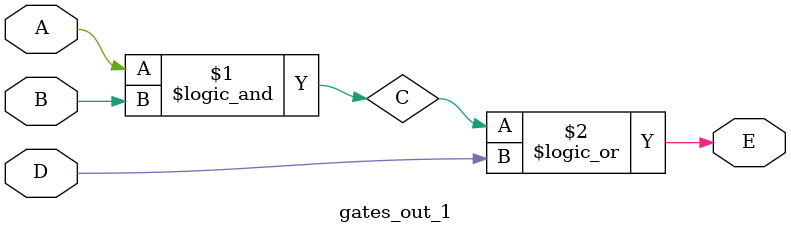
<source format=v>
module gates_out_1 (A, B, D, E);

  input A, B, D;
  output E;

  wire C;

  assign C = A && B;
  assign E = C || D;

endmodule

</source>
